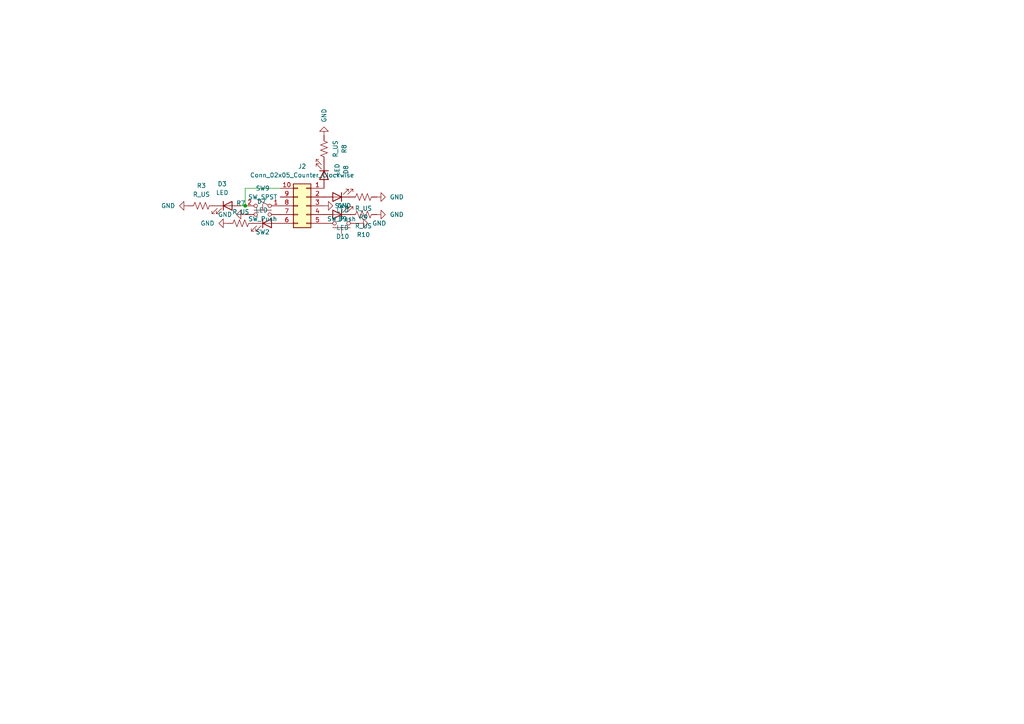
<source format=kicad_sch>
(kicad_sch (version 20231120) (generator "eeschema") (generator_version "8.0")
  (paper "A4")
  (lib_symbols
    (symbol "Connector_Generic:Conn_02x05_Counter_Clockwise" (pin_names (offset 1.016) hide)
      (property "Reference" "J" (at 1.27 7.62 0))
      (property "Value" "Conn_02x05_Counter_Clockwise" (at 1.27 -7.62 0))
      (symbol "Conn_02x05_Counter_Clockwise_1_1"
        (rectangle (start -1.27 -4.953) (end 0 -5.207) (stroke (width 0.1524)))
        (rectangle (start -1.27 -2.413) (end 0 -2.667) (stroke (width 0.1524)))
        (rectangle (start -1.27 0.127) (end 0 -0.127) (stroke (width 0.1524)))
        (rectangle (start -1.27 2.667) (end 0 2.413) (stroke (width 0.1524)))
        (rectangle (start -1.27 5.207) (end 0 4.953) (stroke (width 0.1524)))
        (rectangle (start -1.27 6.35) (end 3.81 -6.35) (stroke (width 0.254)) (fill (type background)))
        (rectangle (start 3.81 -4.953) (end 2.54 -5.207) (stroke (width 0.1524)))
        (rectangle (start 3.81 -2.413) (end 2.54 -2.667) (stroke (width 0.1524)))
        (rectangle (start 3.81 0.127) (end 2.54 -0.127) (stroke (width 0.1524)))
        (rectangle (start 3.81 2.667) (end 2.54 2.413) (stroke (width 0.1524)))
        (rectangle (start 3.81 5.207) (end 2.54 4.953) (stroke (width 0.1524)))
        (pin passive line (at -5.08 5.08 0) (length 3.81) (name "Pin_1") (number "1"))
        (pin passive line (at 7.62 5.08 180) (length 3.81) (name "Pin_10") (number "10"))
        (pin passive line (at -5.08 2.54 0) (length 3.81) (name "Pin_2") (number "2"))
        (pin passive line (at -5.08 0 0) (length 3.81) (name "Pin_3") (number "3"))
        (pin passive line (at -5.08 -2.54 0) (length 3.81) (name "Pin_4") (number "4"))
        (pin passive line (at -5.08 -5.08 0) (length 3.81) (name "Pin_5") (number "5"))
        (pin passive line (at 7.62 -5.08 180) (length 3.81) (name "Pin_6") (number "6"))
        (pin passive line (at 7.62 -2.54 180) (length 3.81) (name "Pin_7") (number "7"))
        (pin passive line (at 7.62 0 180) (length 3.81) (name "Pin_8") (number "8"))
        (pin passive line (at 7.62 2.54 180) (length 3.81) (name "Pin_9") (number "9"))
      )
    )
    (symbol "Device:LED" (pin_numbers hide) (pin_names (offset 1.016) hide)
      (property "Reference" "D" (at 0 2.54 0))
      (property "Value" "LED" (at 0 -2.54 0))
      (symbol "LED_0_1"
        (polyline (pts (xy -1.27 -1.27) (xy -1.27 1.27)) (stroke (width 0.254)))
        (polyline (pts (xy -1.27 0) (xy 1.27 0)))
        (polyline (pts (xy 1.27 -1.27) (xy 1.27 1.27) (xy -1.27 0) (xy 1.27 -1.27)) (stroke (width 0.254)))
        (polyline (pts (xy -3.048 -0.762) (xy -4.572 -2.286) (xy -3.81 -2.286) (xy -4.572 -2.286) (xy -4.572 -1.524)))
        (polyline (pts (xy -1.778 -0.762) (xy -3.302 -2.286) (xy -2.54 -2.286) (xy -3.302 -2.286) (xy -3.302 -1.524)))
      )
      (symbol "LED_1_1"
        (pin passive line (at -3.81 0 0) (length 2.54) (name "K") (number "1"))
        (pin passive line (at 3.81 0 180) (length 2.54) (name "A") (number "2"))
      )
    )
    (symbol "Device:R_US" (pin_numbers hide) (pin_names (offset 0))
      (property "Reference" "R" (at 2.54 0 90))
      (property "Value" "R_US" (at -2.54 0 90))
      (symbol "R_US_0_1"
        (polyline (pts (xy 0 -2.286) (xy 0 -2.54)))
        (polyline (pts (xy 0 2.286) (xy 0 2.54)))
        (polyline (pts (xy 0 -0.762) (xy 1.016 -1.143) (xy 0 -1.524) (xy -1.016 -1.905) (xy 0 -2.286)))
        (polyline (pts (xy 0 0.762) (xy 1.016 0.381) (xy 0 0) (xy -1.016 -0.381) (xy 0 -0.762)))
        (polyline (pts (xy 0 2.286) (xy 1.016 1.905) (xy 0 1.524) (xy -1.016 1.143) (xy 0 0.762)))
      )
      (symbol "R_US_1_1"
        (pin passive line (at 0 3.81 270) (length 1.27) (name "~") (number "1"))
        (pin passive line (at 0 -3.81 90) (length 1.27) (name "~") (number "2"))
      )
    )
    (symbol "Switch:SW_Push" (pin_numbers hide) (pin_names (offset 1.016) hide)
      (property "Reference" "SW" (at 1.27 2.54 0))
      (property "Value" "SW_Push" (at 0 -1.524 0))
      (symbol "SW_Push_0_1"
        (circle (center -2.032 0) (radius 0.508))
        (polyline (pts (xy 0 1.27) (xy 0 3.048)))
        (polyline (pts (xy 2.54 1.27) (xy -2.54 1.27)))
        (circle (center 2.032 0) (radius 0.508))
        (pin passive line (at -5.08 0 0) (length 2.54) (name "1") (number "1"))
        (pin passive line (at 5.08 0 180) (length 2.54) (name "2") (number "2"))
      )
    )
    (symbol "Switch:SW_SPST" (pin_names (offset 0) hide)
      (property "Reference" "SW" (at 0 3.175 0))
      (property "Value" "SW_SPST" (at 0 -2.54 0))
      (symbol "SW_SPST_0_0"
        (circle (center -2.032 0) (radius 0.508))
        (polyline (pts (xy -1.524 0.254) (xy 1.524 1.778)))
        (circle (center 2.032 0) (radius 0.508))
      )
      (symbol "SW_SPST_1_1"
        (pin passive line (at -5.08 0 0) (length 2.54) (name "A") (number "1"))
        (pin passive line (at 5.08 0 180) (length 2.54) (name "B") (number "2"))
      )
    )
    (symbol "power:GND" (power) (pin_numbers hide) (pin_names (offset 0) hide)
      (property "Value" "GND" (at 0 -3.81 0))
      (symbol "GND_0_1"
        (polyline (pts (xy 0 0) (xy 0 -1.27) (xy 1.27 -1.27) (xy 0 -2.54) (xy -1.27 -1.27) (xy 0 -1.27)))
      )
      (symbol "GND_1_1"
        (pin power_in line (at 0 0 270) (length 0) (name "~") (number "1"))
      )
    )
  )
  (junction (at 71.12 59.69))
  (wire (pts (xy 71.12 54.61) (xy 81.28 54.61)))
  (wire (pts (xy 69.85 59.69) (xy 71.12 59.69)))
  (wire (pts (xy 71.12 59.69) (xy 71.12 54.61)))
  (symbol (lib_id "Device:LED") (at 66.04 59.69 0) (unit 1)
    (property "Reference" "D3" (at 64.4525 53.34 0))
    (property "Value" "LED" (at 64.4525 55.88 0))
    (property "Footprint" "LED_THT:LED_D5.0mm" (effects (hide yes)))
    (property "Description" "Light emitting diode" (effects (hide yes)))
  )
  (symbol (lib_id "power:GND") (at 109.22 62.23 90) (unit 1)
    (property "Reference" "#PWR014" (effects (hide yes)))
    (property "Value" "GND" (at 113.03 62.2299 90) (effects (justify right)))
    (property "Description" "Power symbol creates a global label with name \"GND\" , ground" (effects (hide yes)))
  )
  (symbol (lib_id "power:GND") (at 66.04 64.77 270) (unit 1)
    (property "Reference" "#PWR016" (effects (hide yes)))
    (property "Value" "GND" (at 62.23 64.7701 90) (effects (justify right)))
    (property "Description" "Power symbol creates a global label with name \"GND\" , ground" (effects (hide yes)))
  )
  (symbol (lib_id "Device:LED") (at 97.79 57.15 180) (unit 1)
    (property "Reference" "D9" (at 99.3775 63.5 0))
    (property "Value" "LED" (at 99.3775 60.96 0))
    (property "Footprint" "LED_THT:LED_D5.0mm" (effects (hide yes)))
    (property "Description" "Light emitting diode" (effects (hide yes)))
  )
  (symbol (lib_id "Switch:SW_Push") (at 99.06 64.77 0) (mirror x) (unit 1)
    (property "Reference" "SW4" (at 99.06 59.69 0))
    (property "Value" "SW_Push" (at 99.06 63.5 0))
    (property "Footprint" "Button_Switch_THT:SW_PUSH_6mm" (effects (hide yes)))
    (property "Description" "Push button switch, generic, two pins" (effects (hide yes)))
  )
  (symbol (lib_id "Connector_Generic:Conn_02x05_Counter_Clockwise") (at 88.9 59.69 0) (mirror y) (unit 1)
    (property "Reference" "J2" (at 87.63 48.26 0))
    (property "Value" "Conn_02x05_Counter_Clockwise" (at 87.63 50.8 0))
    (property "Footprint" "Connector_IDC:IDC-Header_2x05_P2.54mm_Vertical" (effects (hide yes)))
    (property "Description" "Generic connector, double row, 02x05, counter clockwise pin numbering scheme (similar to DIP package numbering), script generated (kicad-library-utils/schlib/autogen/connector/)" (effects (hide yes)))
  )
  (symbol (lib_id "Switch:SW_Push") (at 76.2 62.23 0) (mirror y) (unit 1)
    (property "Reference" "SW2" (at 76.2 67.31 0))
    (property "Value" "SW_Push" (at 76.2 63.5 0))
    (property "Footprint" "Button_Switch_THT:SW_PUSH_6mm" (effects (hide yes)))
    (property "Description" "Push button switch, generic, two pins" (effects (hide yes)))
  )
  (symbol (lib_id "Device:LED") (at 97.79 62.23 180) (unit 1)
    (property "Reference" "D10" (at 99.3775 68.58 0))
    (property "Value" "LED" (at 99.3775 66.04 0))
    (property "Footprint" "LED_THT:LED_D5.0mm" (effects (hide yes)))
    (property "Description" "Light emitting diode" (effects (hide yes)))
  )
  (symbol (lib_id "power:GND") (at 109.22 57.15 90) (unit 1)
    (property "Reference" "#PWR08" (effects (hide yes)))
    (property "Value" "GND" (at 113.03 57.1499 90) (effects (justify right)))
    (property "Description" "Power symbol creates a global label with name \"GND\" , ground" (effects (hide yes)))
  )
  (symbol (lib_id "power:GND") (at 71.12 62.23 270) (mirror x) (unit 1)
    (property "Reference" "#PWR05" (effects (hide yes)))
    (property "Value" "GND" (at 67.31 62.2299 90) (effects (justify right)))
    (property "Description" "Power symbol creates a global label with name \"GND\" , ground" (effects (hide yes)))
  )
  (symbol (lib_id "power:GND") (at 93.98 59.69 90) (unit 1)
    (property "Reference" "#PWR013" (effects (hide yes)))
    (property "Value" "GND" (at 97.79 59.6899 90) (effects (justify right)))
    (property "Description" "Power symbol creates a global label with name \"GND\" , ground" (effects (hide yes)))
  )
  (symbol (lib_id "power:GND") (at 104.14 64.77 90) (mirror x) (unit 1)
    (property "Reference" "#PWR06" (effects (hide yes)))
    (property "Value" "GND" (at 107.95 64.7701 90) (effects (justify right)))
    (property "Description" "Power symbol creates a global label with name \"GND\" , ground" (effects (hide yes)))
  )
  (symbol (lib_id "power:GND") (at 54.61 59.69 270) (unit 1)
    (property "Reference" "#PWR04" (effects (hide yes)))
    (property "Value" "GND" (at 50.8 59.6901 90) (effects (justify right)))
    (property "Description" "Power symbol creates a global label with name \"GND\" , ground" (effects (hide yes)))
  )
  (symbol (lib_id "Device:R_US") (at 58.42 59.69 90) (unit 1)
    (property "Reference" "R3" (at 58.42 53.848 90))
    (property "Value" "R_US" (at 58.42 56.388 90))
    (property "Footprint" "Resistor_THT:R_Axial_DIN0207_L6.3mm_D2.5mm_P10.16mm_Horizontal" (effects (hide yes)))
    (property "Description" "Resistor, US symbol" (effects (hide yes)))
  )
  (symbol (lib_id "Device:LED") (at 77.47 64.77 0) (unit 1)
    (property "Reference" "D7" (at 75.8825 58.42 0))
    (property "Value" "LED" (at 75.8825 60.96 0))
    (property "Footprint" "LED_THT:LED_D5.0mm" (effects (hide yes)))
    (property "Description" "Light emitting diode" (effects (hide yes)))
  )
  (symbol (lib_id "Switch:SW_SPST") (at 76.2 59.69 0) (mirror y) (unit 1)
    (property "Reference" "SW9" (at 76.2 54.61 0))
    (property "Value" "SW_SPST" (at 76.2 57.15 0))
    (property "Footprint" "Button_Switch_THT:SW_Slide_SPDT_Straight_CK_OS102011MS2Q" (effects (hide yes)))
    (property "Description" "Single Pole Single Throw (SPST) switch" (effects (hide yes)))
  )
  (symbol (lib_id "Device:LED") (at 93.98 50.8 270) (unit 1)
    (property "Reference" "D8" (at 100.33 49.2125 0))
    (property "Value" "LED" (at 97.79 49.2125 0))
    (property "Footprint" "LED_THT:LED_D5.0mm" (effects (hide yes)))
    (property "Description" "Light emitting diode" (effects (hide yes)))
  )
  (symbol (lib_id "Device:R_US") (at 105.41 62.23 270) (unit 1)
    (property "Reference" "R10" (at 105.41 68.072 90))
    (property "Value" "R_US" (at 105.41 65.532 90))
    (property "Footprint" "Resistor_THT:R_Axial_DIN0207_L6.3mm_D2.5mm_P10.16mm_Horizontal" (effects (hide yes)))
    (property "Description" "Resistor, US symbol" (effects (hide yes)))
  )
  (symbol (lib_id "Device:R_US") (at 93.98 43.18 0) (unit 1)
    (property "Reference" "R8" (at 99.822 43.18 90))
    (property "Value" "R_US" (at 97.282 43.18 90))
    (property "Footprint" "Resistor_THT:R_Axial_DIN0207_L6.3mm_D2.5mm_P10.16mm_Horizontal" (effects (hide yes)))
    (property "Description" "Resistor, US symbol" (effects (hide yes)))
  )
  (symbol (lib_id "Device:R_US") (at 105.41 57.15 270) (unit 1)
    (property "Reference" "R9" (at 105.41 62.992 90))
    (property "Value" "R_US" (at 105.41 60.452 90))
    (property "Footprint" "Resistor_THT:R_Axial_DIN0207_L6.3mm_D2.5mm_P10.16mm_Horizontal" (effects (hide yes)))
    (property "Description" "Resistor, US symbol" (effects (hide yes)))
  )
  (symbol (lib_id "power:GND") (at 93.98 39.37 180) (unit 1)
    (property "Reference" "#PWR07" (effects (hide yes)))
    (property "Value" "GND" (at 93.9799 35.56 90) (effects (justify right)))
    (property "Description" "Power symbol creates a global label with name \"GND\" , ground" (effects (hide yes)))
  )
  (symbol (lib_id "Device:R_US") (at 69.85 64.77 90) (unit 1)
    (property "Reference" "R7" (at 69.85 58.928 90))
    (property "Value" "R_US" (at 69.85 61.468 90))
    (property "Footprint" "Resistor_THT:R_Axial_DIN0207_L6.3mm_D2.5mm_P10.16mm_Horizontal" (effects (hide yes)))
    (property "Description" "Resistor, US symbol" (effects (hide yes)))
  )
)
</source>
